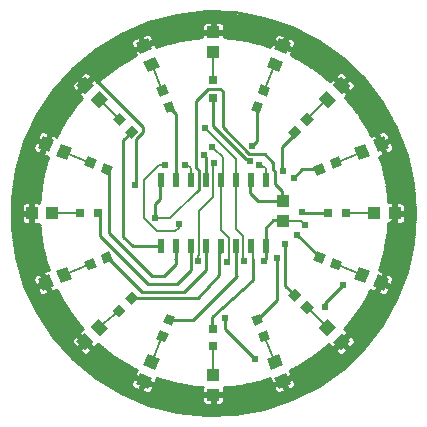
<source format=gtl>
G75*
%MOIN*%
%OFA0B0*%
%FSLAX25Y25*%
%IPPOS*%
%LPD*%
%AMOC8*
5,1,8,0,0,1.08239X$1,22.5*
%
%ADD10R,0.03150X0.03150*%
%ADD11R,0.04331X0.03937*%
%ADD12R,0.03150X0.03150*%
%ADD13R,0.03937X0.04331*%
%ADD14R,0.02362X0.04724*%
%ADD15C,0.02400*%
%ADD16C,0.01000*%
%ADD17C,0.00800*%
D10*
X0072760Y0026894D03*
X0072760Y0032799D03*
X0111146Y0071185D03*
X0117051Y0071185D03*
X0072760Y0109571D03*
X0072760Y0115476D03*
X0034374Y0071185D03*
X0028469Y0071185D03*
D11*
X0072760Y0017445D03*
X0072760Y0010752D03*
X0072760Y0124925D03*
X0072760Y0131618D03*
D12*
G36*
X0090529Y0110045D02*
X0087620Y0111250D01*
X0088825Y0114159D01*
X0091734Y0112954D01*
X0090529Y0110045D01*
G37*
G36*
X0088269Y0104589D02*
X0085360Y0105794D01*
X0086565Y0108703D01*
X0089474Y0107498D01*
X0088269Y0104589D01*
G37*
G36*
X0099885Y0096083D02*
X0097658Y0098310D01*
X0099885Y0100537D01*
X0102112Y0098310D01*
X0099885Y0096083D01*
G37*
G36*
X0104060Y0100259D02*
X0101833Y0102486D01*
X0104060Y0104713D01*
X0106287Y0102486D01*
X0104060Y0100259D01*
G37*
G36*
X0112825Y0086045D02*
X0111620Y0088954D01*
X0114529Y0090159D01*
X0115734Y0087250D01*
X0112825Y0086045D01*
G37*
G36*
X0107369Y0083785D02*
X0106164Y0086694D01*
X0109073Y0087899D01*
X0110278Y0084990D01*
X0107369Y0083785D01*
G37*
G36*
X0106164Y0055636D02*
X0107369Y0058545D01*
X0110278Y0057340D01*
X0109073Y0054431D01*
X0106164Y0055636D01*
G37*
G36*
X0111620Y0053376D02*
X0112825Y0056285D01*
X0115734Y0055080D01*
X0114529Y0052171D01*
X0111620Y0053376D01*
G37*
G36*
X0097658Y0044021D02*
X0099885Y0046248D01*
X0102112Y0044021D01*
X0099885Y0041794D01*
X0097658Y0044021D01*
G37*
G36*
X0101833Y0039845D02*
X0104060Y0042072D01*
X0106287Y0039845D01*
X0104060Y0037618D01*
X0101833Y0039845D01*
G37*
G36*
X0087620Y0031116D02*
X0090529Y0032321D01*
X0091734Y0029412D01*
X0088825Y0028207D01*
X0087620Y0031116D01*
G37*
G36*
X0085360Y0036572D02*
X0088269Y0037777D01*
X0089474Y0034868D01*
X0086565Y0033663D01*
X0085360Y0036572D01*
G37*
G36*
X0057211Y0037777D02*
X0060120Y0036572D01*
X0058915Y0033663D01*
X0056006Y0034868D01*
X0057211Y0037777D01*
G37*
G36*
X0054951Y0032321D02*
X0057860Y0031116D01*
X0056655Y0028207D01*
X0053746Y0029412D01*
X0054951Y0032321D01*
G37*
G36*
X0045596Y0045185D02*
X0047823Y0042958D01*
X0045596Y0040731D01*
X0043369Y0042958D01*
X0045596Y0045185D01*
G37*
G36*
X0041420Y0041009D02*
X0043647Y0038782D01*
X0041420Y0036555D01*
X0039193Y0038782D01*
X0041420Y0041009D01*
G37*
G36*
X0032691Y0056285D02*
X0033896Y0053376D01*
X0030987Y0052171D01*
X0029782Y0055080D01*
X0032691Y0056285D01*
G37*
G36*
X0038147Y0058545D02*
X0039352Y0055636D01*
X0036443Y0054431D01*
X0035238Y0057340D01*
X0038147Y0058545D01*
G37*
G36*
X0039352Y0086694D02*
X0038147Y0083785D01*
X0035238Y0084990D01*
X0036443Y0087899D01*
X0039352Y0086694D01*
G37*
G36*
X0033896Y0088954D02*
X0032691Y0086045D01*
X0029782Y0087250D01*
X0030987Y0090159D01*
X0033896Y0088954D01*
G37*
G36*
X0047823Y0098310D02*
X0045596Y0096083D01*
X0043369Y0098310D01*
X0045596Y0100537D01*
X0047823Y0098310D01*
G37*
G36*
X0043647Y0102486D02*
X0041420Y0100259D01*
X0039193Y0102486D01*
X0041420Y0104713D01*
X0043647Y0102486D01*
G37*
G36*
X0057860Y0111250D02*
X0054951Y0110045D01*
X0053746Y0112954D01*
X0056655Y0114159D01*
X0057860Y0111250D01*
G37*
G36*
X0060120Y0105794D02*
X0057211Y0104589D01*
X0056006Y0107498D01*
X0058915Y0108703D01*
X0060120Y0105794D01*
G37*
D13*
G36*
X0050943Y0118164D02*
X0049437Y0121799D01*
X0053437Y0123456D01*
X0054943Y0119821D01*
X0050943Y0118164D01*
G37*
G36*
X0048382Y0124347D02*
X0046876Y0127982D01*
X0050876Y0129639D01*
X0052382Y0126004D01*
X0048382Y0124347D01*
G37*
G36*
X0034593Y0106251D02*
X0031810Y0109034D01*
X0034871Y0112095D01*
X0037654Y0109312D01*
X0034593Y0106251D01*
G37*
G36*
X0029861Y0110984D02*
X0027078Y0113767D01*
X0030139Y0116828D01*
X0032922Y0114045D01*
X0029861Y0110984D01*
G37*
G36*
X0017901Y0091524D02*
X0014266Y0093030D01*
X0015923Y0097030D01*
X0019558Y0095524D01*
X0017901Y0091524D01*
G37*
G36*
X0024085Y0088962D02*
X0020450Y0090468D01*
X0022107Y0094468D01*
X0025742Y0092962D01*
X0024085Y0088962D01*
G37*
X0019020Y0071185D03*
X0012327Y0071185D03*
G36*
X0025742Y0049368D02*
X0022107Y0047862D01*
X0020450Y0051862D01*
X0024085Y0053368D01*
X0025742Y0049368D01*
G37*
G36*
X0019558Y0046807D02*
X0015923Y0045301D01*
X0014266Y0049301D01*
X0017901Y0050807D01*
X0019558Y0046807D01*
G37*
G36*
X0037654Y0033019D02*
X0034871Y0030236D01*
X0031810Y0033297D01*
X0034593Y0036080D01*
X0037654Y0033019D01*
G37*
G36*
X0032922Y0028286D02*
X0030139Y0025503D01*
X0027078Y0028564D01*
X0029861Y0031347D01*
X0032922Y0028286D01*
G37*
G36*
X0052382Y0016326D02*
X0050876Y0012691D01*
X0046876Y0014348D01*
X0048382Y0017983D01*
X0052382Y0016326D01*
G37*
G36*
X0054943Y0022510D02*
X0053437Y0018875D01*
X0049437Y0020532D01*
X0050943Y0024167D01*
X0054943Y0022510D01*
G37*
G36*
X0094569Y0024167D02*
X0096075Y0020532D01*
X0092075Y0018875D01*
X0090569Y0022510D01*
X0094569Y0024167D01*
G37*
G36*
X0097130Y0017983D02*
X0098636Y0014348D01*
X0094636Y0012691D01*
X0093130Y0016326D01*
X0097130Y0017983D01*
G37*
G36*
X0110887Y0036080D02*
X0113670Y0033297D01*
X0110609Y0030236D01*
X0107826Y0033019D01*
X0110887Y0036080D01*
G37*
G36*
X0115619Y0031347D02*
X0118402Y0028564D01*
X0115341Y0025503D01*
X0112558Y0028286D01*
X0115619Y0031347D01*
G37*
G36*
X0127579Y0050807D02*
X0131214Y0049301D01*
X0129557Y0045301D01*
X0125922Y0046807D01*
X0127579Y0050807D01*
G37*
G36*
X0121396Y0053368D02*
X0125031Y0051862D01*
X0123374Y0047862D01*
X0119739Y0049368D01*
X0121396Y0053368D01*
G37*
X0126500Y0071185D03*
X0133193Y0071185D03*
G36*
X0119739Y0092962D02*
X0123374Y0094468D01*
X0125031Y0090468D01*
X0121396Y0088962D01*
X0119739Y0092962D01*
G37*
G36*
X0125922Y0095524D02*
X0129557Y0097030D01*
X0131214Y0093030D01*
X0127579Y0091524D01*
X0125922Y0095524D01*
G37*
G36*
X0107826Y0109312D02*
X0110609Y0112095D01*
X0113670Y0109034D01*
X0110887Y0106251D01*
X0107826Y0109312D01*
G37*
G36*
X0112558Y0114045D02*
X0115341Y0116828D01*
X0118402Y0113767D01*
X0115619Y0110984D01*
X0112558Y0114045D01*
G37*
G36*
X0093130Y0126004D02*
X0094636Y0129639D01*
X0098636Y0127982D01*
X0097130Y0124347D01*
X0093130Y0126004D01*
G37*
G36*
X0090569Y0119821D02*
X0092075Y0123456D01*
X0096075Y0121799D01*
X0094569Y0118164D01*
X0090569Y0119821D01*
G37*
X0095988Y0075319D03*
X0095988Y0068626D03*
D14*
X0090260Y0060161D03*
X0085260Y0060161D03*
X0080260Y0060161D03*
X0075260Y0060161D03*
X0070260Y0060161D03*
X0065260Y0060161D03*
X0060260Y0060161D03*
X0055260Y0060161D03*
X0055260Y0082209D03*
X0060260Y0082209D03*
X0065260Y0082209D03*
X0070260Y0082209D03*
X0075260Y0082209D03*
X0080260Y0082209D03*
X0085260Y0082209D03*
X0090260Y0082209D03*
D15*
X0088114Y0087327D03*
X0084965Y0088508D03*
X0085752Y0093626D03*
X0095988Y0085358D03*
X0099531Y0082996D03*
X0102287Y0071579D03*
X0103469Y0067248D03*
X0100713Y0064098D03*
X0096776Y0060949D03*
X0094020Y0056224D03*
X0089689Y0055437D03*
X0082996Y0055437D03*
X0077484Y0055043D03*
X0067642Y0055437D03*
X0061343Y0067642D03*
X0053469Y0069610D03*
X0046776Y0080634D03*
X0056618Y0087327D03*
X0063311Y0087327D03*
X0069610Y0090476D03*
X0072366Y0093232D03*
X0073154Y0088114D03*
X0070004Y0099531D03*
X0042445Y0124335D03*
X0024335Y0110161D03*
X0013705Y0077878D03*
X0018823Y0041657D03*
X0058587Y0013311D03*
X0076697Y0036146D03*
X0086539Y0022760D03*
X0110161Y0040083D03*
X0116067Y0047169D03*
X0126303Y0043232D03*
X0136146Y0087327D03*
X0108980Y0120398D03*
D16*
X0039990Y0023256D02*
X0025492Y0023256D01*
X0026002Y0022687D02*
X0019439Y0030012D01*
X0014012Y0038214D01*
X0009837Y0047119D01*
X0007004Y0056537D01*
X0005572Y0066268D01*
X0005572Y0076103D01*
X0007004Y0085833D01*
X0009837Y0095251D01*
X0014012Y0104156D01*
X0019439Y0112358D01*
X0026002Y0119683D01*
X0033561Y0125974D01*
X0041956Y0131098D01*
X0051008Y0134944D01*
X0060523Y0137432D01*
X0070299Y0138508D01*
X0080128Y0138149D01*
X0089799Y0136362D01*
X0099108Y0133187D01*
X0107854Y0128690D01*
X0115853Y0122967D01*
X0122933Y0116141D01*
X0128944Y0108356D01*
X0133758Y0099780D01*
X0137271Y0090594D01*
X0139410Y0080994D01*
X0140127Y0071185D01*
X0139410Y0061376D01*
X0137271Y0051776D01*
X0133758Y0042590D01*
X0128944Y0034014D01*
X0122933Y0026229D01*
X0115853Y0019403D01*
X0107854Y0013680D01*
X0099108Y0009183D01*
X0089799Y0006008D01*
X0080128Y0004222D01*
X0070299Y0003862D01*
X0060523Y0004938D01*
X0051008Y0007426D01*
X0041956Y0011272D01*
X0033561Y0016396D01*
X0026002Y0022687D01*
X0026517Y0022258D02*
X0041538Y0022258D01*
X0040837Y0022678D02*
X0045028Y0020165D01*
X0045047Y0020112D01*
X0045377Y0019956D01*
X0045691Y0019768D01*
X0045745Y0019782D01*
X0047304Y0019045D01*
X0047071Y0018741D01*
X0046428Y0017187D01*
X0049367Y0015970D01*
X0048996Y0015075D01*
X0049891Y0014705D01*
X0050262Y0015599D01*
X0053200Y0014382D01*
X0053844Y0015936D01*
X0053894Y0016315D01*
X0055515Y0015736D01*
X0055544Y0015687D01*
X0055898Y0015598D01*
X0056242Y0015475D01*
X0056293Y0015500D01*
X0061033Y0014312D01*
X0061066Y0014267D01*
X0061427Y0014213D01*
X0061782Y0014125D01*
X0061830Y0014154D01*
X0066664Y0013437D01*
X0066702Y0013395D01*
X0067066Y0013377D01*
X0067427Y0013323D01*
X0067473Y0013357D01*
X0069190Y0013273D01*
X0069094Y0012918D01*
X0069094Y0011236D01*
X0072276Y0011236D01*
X0072276Y0010268D01*
X0073244Y0010268D01*
X0073244Y0011236D01*
X0076425Y0011236D01*
X0076425Y0012918D01*
X0076333Y0013261D01*
X0078064Y0013340D01*
X0078109Y0013306D01*
X0078470Y0013358D01*
X0078835Y0013375D01*
X0078873Y0013417D01*
X0083728Y0014120D01*
X0083777Y0014091D01*
X0084131Y0014178D01*
X0084492Y0014230D01*
X0084526Y0014276D01*
X0089289Y0015451D01*
X0089340Y0015427D01*
X0089684Y0015549D01*
X0090039Y0015636D01*
X0090068Y0015685D01*
X0091628Y0016237D01*
X0091668Y0015936D01*
X0092311Y0014382D01*
X0095250Y0015599D01*
X0095621Y0014705D01*
X0092682Y0013487D01*
X0093326Y0011934D01*
X0093566Y0011620D01*
X0093879Y0011380D01*
X0094244Y0011229D01*
X0094636Y0011177D01*
X0095027Y0011229D01*
X0096763Y0011948D01*
X0095621Y0014705D01*
X0096516Y0015075D01*
X0097658Y0012318D01*
X0099393Y0013037D01*
X0099707Y0013278D01*
X0099947Y0013591D01*
X0100098Y0013956D01*
X0100150Y0014347D01*
X0100098Y0014739D01*
X0099455Y0016293D01*
X0096516Y0015075D01*
X0096145Y0015970D01*
X0099084Y0017187D01*
X0098440Y0018741D01*
X0098275Y0018957D01*
X0099887Y0019712D01*
X0099941Y0019698D01*
X0100255Y0019885D01*
X0100586Y0020040D01*
X0100605Y0020093D01*
X0104822Y0022601D01*
X0104877Y0022592D01*
X0105171Y0022809D01*
X0105485Y0022995D01*
X0105499Y0023050D01*
X0109450Y0025959D01*
X0109506Y0025956D01*
X0109777Y0026200D01*
X0110071Y0026417D01*
X0110080Y0026472D01*
X0111259Y0027534D01*
X0111357Y0027365D01*
X0112546Y0026176D01*
X0114796Y0028425D01*
X0115480Y0027740D01*
X0113231Y0025491D01*
X0114420Y0024302D01*
X0114762Y0024104D01*
X0115144Y0024002D01*
X0115539Y0024002D01*
X0115920Y0024104D01*
X0116262Y0024302D01*
X0117591Y0025630D01*
X0115480Y0027740D01*
X0116165Y0028425D01*
X0115481Y0029110D01*
X0117730Y0031359D01*
X0116541Y0032548D01*
X0116403Y0032628D01*
X0117610Y0033951D01*
X0117666Y0033959D01*
X0117884Y0034252D01*
X0118130Y0034521D01*
X0118128Y0034578D01*
X0121064Y0038508D01*
X0121119Y0038522D01*
X0121307Y0038834D01*
X0121526Y0039127D01*
X0121518Y0039182D01*
X0124054Y0043382D01*
X0124108Y0043401D01*
X0124265Y0043730D01*
X0124454Y0044043D01*
X0124440Y0044097D01*
X0125123Y0045528D01*
X0125164Y0045497D01*
X0126718Y0044853D01*
X0127935Y0047792D01*
X0128830Y0047421D01*
X0127613Y0044482D01*
X0129167Y0043839D01*
X0129558Y0043787D01*
X0129950Y0043839D01*
X0130315Y0043990D01*
X0130628Y0044230D01*
X0130868Y0044544D01*
X0131587Y0046279D01*
X0128830Y0047421D01*
X0129201Y0048316D01*
X0131958Y0047174D01*
X0132677Y0048910D01*
X0132728Y0049301D01*
X0132677Y0049693D01*
X0132526Y0050058D01*
X0132285Y0050371D01*
X0131972Y0050611D01*
X0130418Y0051255D01*
X0129201Y0048316D01*
X0128306Y0048687D01*
X0129523Y0051626D01*
X0127970Y0052269D01*
X0127950Y0052272D01*
X0128535Y0053888D01*
X0128584Y0053917D01*
X0128673Y0054271D01*
X0128798Y0054614D01*
X0128774Y0054665D01*
X0129982Y0059420D01*
X0130028Y0059454D01*
X0130082Y0059815D01*
X0130172Y0060169D01*
X0130143Y0060217D01*
X0130880Y0065067D01*
X0130922Y0065105D01*
X0130941Y0065470D01*
X0130996Y0065831D01*
X0130962Y0065876D01*
X0131049Y0067520D01*
X0132709Y0067520D01*
X0132709Y0070701D01*
X0133677Y0070701D01*
X0133677Y0071669D01*
X0136661Y0071669D01*
X0136661Y0073548D01*
X0136559Y0073929D01*
X0136362Y0074271D01*
X0136082Y0074551D01*
X0135740Y0074748D01*
X0135359Y0074850D01*
X0133677Y0074850D01*
X0133677Y0071669D01*
X0132709Y0071669D01*
X0132709Y0074850D01*
X0131074Y0074850D01*
X0130997Y0076528D01*
X0131031Y0076573D01*
X0130978Y0076934D01*
X0130962Y0077299D01*
X0130920Y0077337D01*
X0130211Y0082230D01*
X0130240Y0082279D01*
X0130153Y0082633D01*
X0130101Y0082994D01*
X0130055Y0083028D01*
X0128870Y0087829D01*
X0128895Y0087880D01*
X0128773Y0088224D01*
X0128685Y0088578D01*
X0128637Y0088607D01*
X0128103Y0090117D01*
X0129523Y0090705D01*
X0128306Y0093644D01*
X0129201Y0094015D01*
X0128830Y0094909D01*
X0127935Y0094539D01*
X0126718Y0097478D01*
X0125328Y0096902D01*
X0124580Y0098498D01*
X0124594Y0098552D01*
X0124407Y0098866D01*
X0124252Y0099197D01*
X0124199Y0099216D01*
X0121672Y0103466D01*
X0121680Y0103521D01*
X0121463Y0103815D01*
X0121277Y0104129D01*
X0121222Y0104143D01*
X0118290Y0108125D01*
X0118293Y0108181D01*
X0118049Y0108452D01*
X0117833Y0108746D01*
X0117777Y0108755D01*
X0116704Y0109946D01*
X0117730Y0110971D01*
X0115480Y0113221D01*
X0116165Y0113906D01*
X0115480Y0114591D01*
X0114796Y0113906D01*
X0112546Y0116155D01*
X0111544Y0115153D01*
X0110244Y0116340D01*
X0110235Y0116395D01*
X0109943Y0116614D01*
X0109673Y0116860D01*
X0109617Y0116857D01*
X0105655Y0119816D01*
X0105642Y0119871D01*
X0105330Y0120060D01*
X0105037Y0120278D01*
X0104981Y0120270D01*
X0100749Y0122827D01*
X0100730Y0122880D01*
X0100400Y0123037D01*
X0100088Y0123226D01*
X0100033Y0123212D01*
X0098573Y0123909D01*
X0099084Y0125143D01*
X0096145Y0126361D01*
X0096516Y0127255D01*
X0099455Y0126038D01*
X0100098Y0127592D01*
X0100150Y0127983D01*
X0100098Y0128375D01*
X0099947Y0128740D01*
X0099707Y0129053D01*
X0099393Y0129294D01*
X0097658Y0130012D01*
X0096516Y0127255D01*
X0095621Y0127626D01*
X0096763Y0130383D01*
X0095027Y0131102D01*
X0094636Y0131154D01*
X0094244Y0131102D01*
X0093879Y0130951D01*
X0093566Y0130710D01*
X0093326Y0130397D01*
X0092682Y0128843D01*
X0095621Y0127626D01*
X0095250Y0126731D01*
X0092311Y0127949D01*
X0091812Y0126743D01*
X0090171Y0127337D01*
X0090142Y0127386D01*
X0089788Y0127475D01*
X0089445Y0127600D01*
X0089394Y0127576D01*
X0084601Y0128793D01*
X0084568Y0128839D01*
X0084207Y0128894D01*
X0083853Y0128984D01*
X0083805Y0128955D01*
X0078916Y0129697D01*
X0078878Y0129739D01*
X0078514Y0129758D01*
X0078153Y0129813D01*
X0078107Y0129779D01*
X0076425Y0129868D01*
X0076425Y0131134D01*
X0073244Y0131134D01*
X0073244Y0132102D01*
X0076425Y0132102D01*
X0076425Y0133784D01*
X0076323Y0134166D01*
X0076125Y0134508D01*
X0075846Y0134787D01*
X0075504Y0134984D01*
X0075123Y0135087D01*
X0073244Y0135087D01*
X0073244Y0132102D01*
X0072276Y0132102D01*
X0072276Y0131134D01*
X0069094Y0131134D01*
X0069094Y0129855D01*
X0067429Y0129762D01*
X0067383Y0129795D01*
X0067023Y0129739D01*
X0066658Y0129719D01*
X0066621Y0129677D01*
X0061754Y0128921D01*
X0061705Y0128950D01*
X0061352Y0128858D01*
X0060991Y0128802D01*
X0060957Y0128757D01*
X0056188Y0127527D01*
X0056137Y0127551D01*
X0055794Y0127426D01*
X0055440Y0127335D01*
X0055412Y0127286D01*
X0053730Y0126671D01*
X0053200Y0127949D01*
X0050262Y0126731D01*
X0049891Y0127626D01*
X0052830Y0128843D01*
X0052186Y0130397D01*
X0051946Y0130710D01*
X0051632Y0130951D01*
X0051268Y0131102D01*
X0050876Y0131154D01*
X0050484Y0131102D01*
X0048749Y0130383D01*
X0049891Y0127626D01*
X0048996Y0127255D01*
X0049367Y0126361D01*
X0046428Y0125143D01*
X0046981Y0123808D01*
X0045599Y0123142D01*
X0045544Y0123156D01*
X0045232Y0122966D01*
X0044903Y0122808D01*
X0044885Y0122754D01*
X0040678Y0120193D01*
X0040622Y0120201D01*
X0040330Y0119982D01*
X0040018Y0119792D01*
X0040005Y0119737D01*
X0036069Y0116776D01*
X0036012Y0116778D01*
X0035744Y0116531D01*
X0035452Y0116312D01*
X0035444Y0116256D01*
X0034083Y0115006D01*
X0032934Y0116155D01*
X0030685Y0113906D01*
X0030000Y0114591D01*
X0032249Y0116840D01*
X0031060Y0118029D01*
X0030718Y0118227D01*
X0030336Y0118329D01*
X0029942Y0118329D01*
X0029560Y0118227D01*
X0029218Y0118029D01*
X0027890Y0116701D01*
X0030000Y0114591D01*
X0029315Y0113906D01*
X0027205Y0116016D01*
X0025876Y0114687D01*
X0025679Y0114345D01*
X0025577Y0113964D01*
X0025577Y0113569D01*
X0025679Y0113187D01*
X0025876Y0112845D01*
X0027066Y0111656D01*
X0029315Y0113906D01*
X0030000Y0113221D01*
X0027750Y0110971D01*
X0028940Y0109782D01*
X0028950Y0109776D01*
X0027964Y0108673D01*
X0027908Y0108664D01*
X0027693Y0108369D01*
X0027449Y0108097D01*
X0027452Y0108041D01*
X0024546Y0104065D01*
X0024491Y0104051D01*
X0024305Y0103736D01*
X0024090Y0103442D01*
X0024099Y0103386D01*
X0021595Y0099144D01*
X0021542Y0099125D01*
X0021389Y0098793D01*
X0021203Y0098479D01*
X0021217Y0098424D01*
X0020436Y0096742D01*
X0020316Y0096834D01*
X0018762Y0097478D01*
X0017545Y0094539D01*
X0016650Y0094909D01*
X0016279Y0094015D01*
X0013522Y0095157D01*
X0012804Y0093421D01*
X0012752Y0093029D01*
X0012804Y0092638D01*
X0012955Y0092273D01*
X0013195Y0091960D01*
X0013508Y0091719D01*
X0015062Y0091076D01*
X0016279Y0094015D01*
X0017174Y0093644D01*
X0015957Y0090705D01*
X0017511Y0090061D01*
X0017726Y0090033D01*
X0017208Y0088556D01*
X0017160Y0088526D01*
X0017074Y0088172D01*
X0016953Y0087827D01*
X0016978Y0087776D01*
X0015814Y0082990D01*
X0015769Y0082957D01*
X0015718Y0082595D01*
X0015631Y0082240D01*
X0015661Y0082192D01*
X0014971Y0077315D01*
X0014930Y0077277D01*
X0014914Y0076912D01*
X0014863Y0076551D01*
X0014897Y0076506D01*
X0014823Y0074762D01*
X0014493Y0074850D01*
X0012811Y0074850D01*
X0012811Y0071669D01*
X0011842Y0071669D01*
X0011842Y0070701D01*
X0008858Y0070701D01*
X0008858Y0068822D01*
X0008960Y0068441D01*
X0009158Y0068099D01*
X0009437Y0067819D01*
X0009779Y0067622D01*
X0010161Y0067520D01*
X0011842Y0067520D01*
X0011842Y0070701D01*
X0012811Y0070701D01*
X0012811Y0067520D01*
X0014493Y0067520D01*
X0014847Y0067615D01*
X0014932Y0065898D01*
X0014898Y0065853D01*
X0014952Y0065491D01*
X0014970Y0065127D01*
X0015011Y0065089D01*
X0015728Y0060255D01*
X0015699Y0060207D01*
X0015788Y0059853D01*
X0015842Y0059492D01*
X0015887Y0059458D01*
X0017074Y0054718D01*
X0017050Y0054667D01*
X0017173Y0054323D01*
X0017262Y0053969D01*
X0017310Y0053940D01*
X0017890Y0052319D01*
X0017511Y0052269D01*
X0015957Y0051626D01*
X0017174Y0048687D01*
X0016279Y0048316D01*
X0016650Y0047421D01*
X0017545Y0047792D01*
X0018762Y0044853D01*
X0020316Y0045497D01*
X0020620Y0045730D01*
X0021357Y0044170D01*
X0021343Y0044116D01*
X0021531Y0043803D01*
X0021687Y0043473D01*
X0021740Y0043454D01*
X0024252Y0039262D01*
X0024244Y0039206D01*
X0024462Y0038913D01*
X0024649Y0038600D01*
X0024704Y0038586D01*
X0027615Y0034661D01*
X0027612Y0034605D01*
X0027857Y0034335D01*
X0028075Y0034041D01*
X0028131Y0034033D01*
X0029294Y0032749D01*
X0029282Y0032746D01*
X0028940Y0032548D01*
X0027750Y0031359D01*
X0030000Y0029110D01*
X0029315Y0028425D01*
X0030000Y0027740D01*
X0030685Y0028425D01*
X0032934Y0026176D01*
X0034123Y0027365D01*
X0034321Y0027707D01*
X0034324Y0027719D01*
X0035608Y0026556D01*
X0035616Y0026500D01*
X0035909Y0026283D01*
X0036180Y0026037D01*
X0036236Y0026040D01*
X0040161Y0023129D01*
X0040175Y0023074D01*
X0040488Y0022887D01*
X0040781Y0022669D01*
X0040837Y0022678D01*
X0038644Y0024255D02*
X0030979Y0024255D01*
X0031060Y0024302D02*
X0032249Y0025491D01*
X0030000Y0027740D01*
X0027890Y0025630D01*
X0029218Y0024302D01*
X0029560Y0024104D01*
X0029942Y0024002D01*
X0030336Y0024002D01*
X0030718Y0024104D01*
X0031060Y0024302D01*
X0032012Y0025253D02*
X0037297Y0025253D01*
X0035943Y0026252D02*
X0033010Y0026252D01*
X0032858Y0026252D02*
X0031488Y0026252D01*
X0031859Y0027250D02*
X0030490Y0027250D01*
X0029510Y0027250D02*
X0028140Y0027250D01*
X0028511Y0026252D02*
X0022808Y0026252D01*
X0023702Y0025253D02*
X0028266Y0025253D01*
X0029299Y0024255D02*
X0024597Y0024255D01*
X0027205Y0026315D02*
X0025876Y0027643D01*
X0025679Y0027985D01*
X0025577Y0028367D01*
X0025577Y0028762D01*
X0025679Y0029143D01*
X0025876Y0029485D01*
X0027066Y0030674D01*
X0029315Y0028425D01*
X0027205Y0026315D01*
X0026269Y0027250D02*
X0021913Y0027250D01*
X0021018Y0028249D02*
X0025608Y0028249D01*
X0025739Y0029247D02*
X0020124Y0029247D01*
X0019284Y0030246D02*
X0026637Y0030246D01*
X0027494Y0030246D02*
X0028864Y0030246D01*
X0028493Y0029247D02*
X0029862Y0029247D01*
X0029491Y0028249D02*
X0029139Y0028249D01*
X0030508Y0028249D02*
X0030861Y0028249D01*
X0034009Y0027250D02*
X0034842Y0027250D01*
X0028634Y0032243D02*
X0017963Y0032243D01*
X0018623Y0031244D02*
X0027865Y0031244D01*
X0028848Y0033241D02*
X0017302Y0033241D01*
X0016641Y0034240D02*
X0027928Y0034240D01*
X0027187Y0035238D02*
X0015981Y0035238D01*
X0015320Y0036237D02*
X0026447Y0036237D01*
X0025706Y0037235D02*
X0014660Y0037235D01*
X0014003Y0038234D02*
X0024965Y0038234D01*
X0024248Y0039232D02*
X0013535Y0039232D01*
X0013067Y0040231D02*
X0023672Y0040231D01*
X0023073Y0041229D02*
X0012598Y0041229D01*
X0012130Y0042228D02*
X0022475Y0042228D01*
X0021876Y0043226D02*
X0011662Y0043226D01*
X0011194Y0044225D02*
X0014859Y0044225D01*
X0014852Y0044230D02*
X0015166Y0043990D01*
X0015531Y0043839D01*
X0015922Y0043787D01*
X0016314Y0043839D01*
X0017867Y0044482D01*
X0016650Y0047421D01*
X0013893Y0046279D01*
X0014612Y0044544D01*
X0014852Y0044230D01*
X0014330Y0045223D02*
X0010726Y0045223D01*
X0010258Y0046222D02*
X0013917Y0046222D01*
X0013522Y0047174D02*
X0016279Y0048316D01*
X0015062Y0051255D01*
X0013508Y0050611D01*
X0013195Y0050371D01*
X0012955Y0050058D01*
X0012804Y0049693D01*
X0012752Y0049301D01*
X0012804Y0048910D01*
X0013522Y0047174D01*
X0013503Y0047220D02*
X0009807Y0047220D01*
X0009507Y0048219D02*
X0013090Y0048219D01*
X0012763Y0049217D02*
X0009206Y0049217D01*
X0008906Y0050216D02*
X0013076Y0050216D01*
X0014964Y0051214D02*
X0008605Y0051214D01*
X0008305Y0052213D02*
X0017375Y0052213D01*
X0017571Y0053211D02*
X0008004Y0053211D01*
X0007704Y0054210D02*
X0017202Y0054210D01*
X0016951Y0055209D02*
X0007404Y0055209D01*
X0007103Y0056207D02*
X0016701Y0056207D01*
X0016451Y0057206D02*
X0006906Y0057206D01*
X0006759Y0058204D02*
X0016201Y0058204D01*
X0015951Y0059203D02*
X0006612Y0059203D01*
X0006465Y0060201D02*
X0015701Y0060201D01*
X0015588Y0061200D02*
X0006318Y0061200D01*
X0006171Y0062198D02*
X0015440Y0062198D01*
X0015292Y0063197D02*
X0006024Y0063197D01*
X0005877Y0064195D02*
X0015144Y0064195D01*
X0014966Y0065194D02*
X0005730Y0065194D01*
X0005583Y0066192D02*
X0014917Y0066192D01*
X0014868Y0067191D02*
X0005572Y0067191D01*
X0005572Y0068189D02*
X0009106Y0068189D01*
X0008858Y0069188D02*
X0005572Y0069188D01*
X0005572Y0070186D02*
X0008858Y0070186D01*
X0008858Y0071669D02*
X0011842Y0071669D01*
X0011842Y0074850D01*
X0010161Y0074850D01*
X0009779Y0074748D01*
X0009437Y0074551D01*
X0009158Y0074271D01*
X0008960Y0073929D01*
X0008858Y0073548D01*
X0008858Y0071669D01*
X0008858Y0072183D02*
X0005572Y0072183D01*
X0005572Y0071185D02*
X0011842Y0071185D01*
X0011842Y0072183D02*
X0012811Y0072183D01*
X0012811Y0073182D02*
X0011842Y0073182D01*
X0011842Y0074180D02*
X0012811Y0074180D01*
X0014841Y0075179D02*
X0005572Y0075179D01*
X0005583Y0076177D02*
X0014883Y0076177D01*
X0014926Y0077176D02*
X0005730Y0077176D01*
X0005877Y0078174D02*
X0015093Y0078174D01*
X0015234Y0079173D02*
X0006024Y0079173D01*
X0006171Y0080171D02*
X0015375Y0080171D01*
X0015516Y0081170D02*
X0006318Y0081170D01*
X0006465Y0082168D02*
X0015657Y0082168D01*
X0015857Y0083167D02*
X0006612Y0083167D01*
X0006758Y0084165D02*
X0016100Y0084165D01*
X0016342Y0085164D02*
X0006905Y0085164D01*
X0007103Y0086162D02*
X0016585Y0086162D01*
X0016828Y0087161D02*
X0007403Y0087161D01*
X0007704Y0088159D02*
X0017070Y0088159D01*
X0017419Y0089158D02*
X0008004Y0089158D01*
X0008305Y0090156D02*
X0017281Y0090156D01*
X0016143Y0091155D02*
X0015095Y0091155D01*
X0014871Y0091155D02*
X0008605Y0091155D01*
X0008905Y0092153D02*
X0013046Y0092153D01*
X0012768Y0093152D02*
X0009206Y0093152D01*
X0009506Y0094150D02*
X0013106Y0094150D01*
X0013519Y0095149D02*
X0009807Y0095149D01*
X0010258Y0096147D02*
X0013933Y0096147D01*
X0013893Y0096051D02*
X0016650Y0094909D01*
X0017867Y0097848D01*
X0016314Y0098492D01*
X0015922Y0098543D01*
X0015531Y0098492D01*
X0015166Y0098341D01*
X0014852Y0098100D01*
X0014612Y0097787D01*
X0013893Y0096051D01*
X0013541Y0095149D02*
X0016072Y0095149D01*
X0016749Y0095149D02*
X0017798Y0095149D01*
X0018211Y0096147D02*
X0017163Y0096147D01*
X0017577Y0097146D02*
X0018625Y0097146D01*
X0019563Y0097146D02*
X0020623Y0097146D01*
X0021087Y0098144D02*
X0017152Y0098144D01*
X0014910Y0098144D02*
X0011194Y0098144D01*
X0010726Y0097146D02*
X0014346Y0097146D01*
X0011662Y0099143D02*
X0021593Y0099143D01*
X0022184Y0100142D02*
X0012130Y0100142D01*
X0012598Y0101140D02*
X0022773Y0101140D01*
X0023363Y0102139D02*
X0013066Y0102139D01*
X0013534Y0103137D02*
X0023952Y0103137D01*
X0024597Y0104136D02*
X0014002Y0104136D01*
X0014659Y0105134D02*
X0025327Y0105134D01*
X0026057Y0106133D02*
X0015320Y0106133D01*
X0015980Y0107131D02*
X0026787Y0107131D01*
X0027478Y0108130D02*
X0016641Y0108130D01*
X0017301Y0109128D02*
X0028371Y0109128D01*
X0028595Y0110127D02*
X0017962Y0110127D01*
X0018623Y0111125D02*
X0027904Y0111125D01*
X0027533Y0112124D02*
X0028903Y0112124D01*
X0028531Y0113122D02*
X0029901Y0113122D01*
X0029530Y0114121D02*
X0029100Y0114121D01*
X0029471Y0115119D02*
X0028101Y0115119D01*
X0028473Y0116118D02*
X0022807Y0116118D01*
X0023702Y0117116D02*
X0028305Y0117116D01*
X0029366Y0118115D02*
X0024596Y0118115D01*
X0025491Y0119113D02*
X0039175Y0119113D01*
X0037848Y0118115D02*
X0030912Y0118115D01*
X0031973Y0117116D02*
X0036521Y0117116D01*
X0035293Y0116118D02*
X0032971Y0116118D01*
X0032897Y0116118D02*
X0031527Y0116118D01*
X0031898Y0115119D02*
X0030528Y0115119D01*
X0030470Y0114121D02*
X0030900Y0114121D01*
X0026598Y0112124D02*
X0019283Y0112124D01*
X0020123Y0113122D02*
X0025717Y0113122D01*
X0025619Y0114121D02*
X0021018Y0114121D01*
X0021912Y0115119D02*
X0026308Y0115119D01*
X0026517Y0120112D02*
X0040503Y0120112D01*
X0042184Y0121110D02*
X0027716Y0121110D01*
X0028916Y0122109D02*
X0043824Y0122109D01*
X0045464Y0123107D02*
X0030116Y0123107D01*
X0031316Y0124106D02*
X0046858Y0124106D01*
X0046444Y0125104D02*
X0032516Y0125104D01*
X0033772Y0126103D02*
X0046030Y0126103D01*
X0046057Y0126038D02*
X0048996Y0127255D01*
X0047854Y0130012D01*
X0046118Y0129294D01*
X0045805Y0129053D01*
X0045565Y0128740D01*
X0045414Y0128375D01*
X0045362Y0127983D01*
X0045414Y0127592D01*
X0046057Y0126038D01*
X0046214Y0126103D02*
X0048744Y0126103D01*
X0048624Y0127101D02*
X0049060Y0127101D01*
X0050108Y0127101D02*
X0051155Y0127101D01*
X0051035Y0128100D02*
X0058409Y0128100D01*
X0054906Y0127101D02*
X0053551Y0127101D01*
X0052724Y0129098D02*
X0062896Y0129098D01*
X0069094Y0130097D02*
X0052311Y0130097D01*
X0051284Y0131095D02*
X0069094Y0131095D01*
X0069094Y0132102D02*
X0072276Y0132102D01*
X0072276Y0135087D01*
X0070397Y0135087D01*
X0070016Y0134984D01*
X0069673Y0134787D01*
X0069394Y0134508D01*
X0069197Y0134166D01*
X0069094Y0133784D01*
X0069094Y0132102D01*
X0069094Y0133092D02*
X0046650Y0133092D01*
X0044300Y0132094D02*
X0072276Y0132094D01*
X0073244Y0132094D02*
X0101233Y0132094D01*
X0099291Y0133092D02*
X0076425Y0133092D01*
X0076343Y0134091D02*
X0096457Y0134091D01*
X0093530Y0135089D02*
X0051563Y0135089D01*
X0049000Y0134091D02*
X0069177Y0134091D01*
X0072276Y0134091D02*
X0073244Y0134091D01*
X0073244Y0133092D02*
X0072276Y0133092D01*
X0076425Y0131095D02*
X0094228Y0131095D01*
X0095043Y0131095D02*
X0103175Y0131095D01*
X0105117Y0130097D02*
X0096644Y0130097D01*
X0096231Y0129098D02*
X0097279Y0129098D01*
X0096865Y0128100D02*
X0095817Y0128100D01*
X0095404Y0127101D02*
X0094357Y0127101D01*
X0094477Y0128100D02*
X0087331Y0128100D01*
X0090823Y0127101D02*
X0091960Y0127101D01*
X0092788Y0129098D02*
X0082859Y0129098D01*
X0076425Y0130097D02*
X0093201Y0130097D01*
X0096452Y0127101D02*
X0096888Y0127101D01*
X0096767Y0126103D02*
X0099298Y0126103D01*
X0099481Y0126103D02*
X0111470Y0126103D01*
X0110074Y0127101D02*
X0099895Y0127101D01*
X0100134Y0128100D02*
X0108679Y0128100D01*
X0107059Y0129098D02*
X0099648Y0129098D01*
X0099068Y0125104D02*
X0112866Y0125104D01*
X0114261Y0124106D02*
X0098654Y0124106D01*
X0100284Y0123107D02*
X0115657Y0123107D01*
X0116743Y0122109D02*
X0101937Y0122109D01*
X0103591Y0121110D02*
X0117779Y0121110D01*
X0118815Y0120112D02*
X0105260Y0120112D01*
X0106597Y0119113D02*
X0119850Y0119113D01*
X0120886Y0118115D02*
X0116114Y0118115D01*
X0116262Y0118029D02*
X0115920Y0118227D01*
X0115539Y0118329D01*
X0115144Y0118329D01*
X0114762Y0118227D01*
X0114420Y0118029D01*
X0113231Y0116840D01*
X0115480Y0114591D01*
X0117591Y0116701D01*
X0116262Y0118029D01*
X0117175Y0117116D02*
X0121922Y0117116D01*
X0122951Y0116118D02*
X0117008Y0116118D01*
X0117379Y0115119D02*
X0116009Y0115119D01*
X0115950Y0114121D02*
X0116380Y0114121D01*
X0116165Y0113906D02*
X0118275Y0116016D01*
X0119604Y0114687D01*
X0119801Y0114345D01*
X0119904Y0113964D01*
X0119904Y0113569D01*
X0119801Y0113187D01*
X0119604Y0112845D01*
X0118415Y0111656D01*
X0116165Y0113906D01*
X0115579Y0113122D02*
X0116949Y0113122D01*
X0116578Y0112124D02*
X0117947Y0112124D01*
X0118882Y0112124D02*
X0126035Y0112124D01*
X0125264Y0113122D02*
X0119764Y0113122D01*
X0119862Y0114121D02*
X0124493Y0114121D01*
X0123722Y0115119D02*
X0119172Y0115119D01*
X0114952Y0115119D02*
X0113582Y0115119D01*
X0113953Y0116118D02*
X0112584Y0116118D01*
X0112509Y0116118D02*
X0110487Y0116118D01*
X0109270Y0117116D02*
X0113507Y0117116D01*
X0114569Y0118115D02*
X0107934Y0118115D01*
X0114581Y0114121D02*
X0115011Y0114121D01*
X0117576Y0111125D02*
X0126806Y0111125D01*
X0127577Y0110127D02*
X0116885Y0110127D01*
X0117441Y0109128D02*
X0128348Y0109128D01*
X0129072Y0108130D02*
X0118291Y0108130D01*
X0119022Y0107131D02*
X0129632Y0107131D01*
X0130192Y0106133D02*
X0119757Y0106133D01*
X0120492Y0105134D02*
X0130753Y0105134D01*
X0131313Y0104136D02*
X0121251Y0104136D01*
X0121867Y0103137D02*
X0131873Y0103137D01*
X0132434Y0102139D02*
X0122461Y0102139D01*
X0123055Y0101140D02*
X0132994Y0101140D01*
X0133555Y0100142D02*
X0123649Y0100142D01*
X0124277Y0099143D02*
X0134001Y0099143D01*
X0134383Y0098144D02*
X0130570Y0098144D01*
X0130628Y0098100D02*
X0130315Y0098341D01*
X0129950Y0098492D01*
X0129558Y0098543D01*
X0129167Y0098492D01*
X0127613Y0097848D01*
X0128830Y0094909D01*
X0131587Y0096051D01*
X0130868Y0097787D01*
X0130628Y0098100D01*
X0131134Y0097146D02*
X0134765Y0097146D01*
X0135147Y0096147D02*
X0131547Y0096147D01*
X0131958Y0095157D02*
X0129201Y0094015D01*
X0130418Y0091076D01*
X0131972Y0091719D01*
X0132285Y0091960D01*
X0132526Y0092273D01*
X0132677Y0092638D01*
X0132728Y0093029D01*
X0132677Y0093421D01*
X0131958Y0095157D01*
X0131961Y0095149D02*
X0135529Y0095149D01*
X0135911Y0094150D02*
X0132375Y0094150D01*
X0132712Y0093152D02*
X0136293Y0093152D01*
X0136675Y0092153D02*
X0132434Y0092153D01*
X0130609Y0091155D02*
X0137056Y0091155D01*
X0137369Y0090156D02*
X0128199Y0090156D01*
X0128442Y0089158D02*
X0137591Y0089158D01*
X0137813Y0088159D02*
X0128796Y0088159D01*
X0129035Y0087161D02*
X0138036Y0087161D01*
X0138258Y0086162D02*
X0129282Y0086162D01*
X0129528Y0085164D02*
X0138481Y0085164D01*
X0138703Y0084165D02*
X0129775Y0084165D01*
X0130021Y0083167D02*
X0138926Y0083167D01*
X0139148Y0082168D02*
X0130220Y0082168D01*
X0130365Y0081170D02*
X0139370Y0081170D01*
X0139470Y0080171D02*
X0130510Y0080171D01*
X0130654Y0079173D02*
X0139543Y0079173D01*
X0139616Y0078174D02*
X0130799Y0078174D01*
X0130967Y0077176D02*
X0139689Y0077176D01*
X0139762Y0076177D02*
X0131013Y0076177D01*
X0131059Y0075179D02*
X0139835Y0075179D01*
X0139908Y0074180D02*
X0136414Y0074180D01*
X0136661Y0073182D02*
X0139981Y0073182D01*
X0140054Y0072183D02*
X0136661Y0072183D01*
X0136661Y0070701D02*
X0133677Y0070701D01*
X0133677Y0067520D01*
X0135359Y0067520D01*
X0135740Y0067622D01*
X0136082Y0067819D01*
X0136362Y0068099D01*
X0136559Y0068441D01*
X0136661Y0068822D01*
X0136661Y0070701D01*
X0136661Y0070186D02*
X0140054Y0070186D01*
X0139981Y0069188D02*
X0136661Y0069188D01*
X0136414Y0068189D02*
X0139908Y0068189D01*
X0139835Y0067191D02*
X0131032Y0067191D01*
X0131028Y0067628D02*
X0133193Y0069793D01*
X0133193Y0071185D01*
X0133677Y0071185D02*
X0140127Y0071185D01*
X0139762Y0066192D02*
X0130979Y0066192D01*
X0130927Y0065194D02*
X0139689Y0065194D01*
X0139616Y0064195D02*
X0130748Y0064195D01*
X0130596Y0063197D02*
X0139543Y0063197D01*
X0139470Y0062198D02*
X0130444Y0062198D01*
X0130293Y0061200D02*
X0139370Y0061200D01*
X0139148Y0060201D02*
X0130153Y0060201D01*
X0129927Y0059203D02*
X0138925Y0059203D01*
X0138703Y0058204D02*
X0129673Y0058204D01*
X0129419Y0057206D02*
X0138481Y0057206D01*
X0138258Y0056207D02*
X0129165Y0056207D01*
X0128912Y0055209D02*
X0138036Y0055209D01*
X0137813Y0054210D02*
X0128658Y0054210D01*
X0128290Y0053211D02*
X0137591Y0053211D01*
X0137368Y0052213D02*
X0128105Y0052213D01*
X0129353Y0051214D02*
X0130401Y0051214D01*
X0130516Y0051214D02*
X0137056Y0051214D01*
X0136674Y0050216D02*
X0132404Y0050216D01*
X0132717Y0049217D02*
X0136292Y0049217D01*
X0135910Y0048219D02*
X0132391Y0048219D01*
X0131977Y0047220D02*
X0135529Y0047220D01*
X0135147Y0046222D02*
X0131563Y0046222D01*
X0131846Y0047220D02*
X0129315Y0047220D01*
X0128747Y0047220D02*
X0127699Y0047220D01*
X0127285Y0046222D02*
X0128333Y0046222D01*
X0127920Y0045223D02*
X0126871Y0045223D01*
X0125824Y0045223D02*
X0124977Y0045223D01*
X0124501Y0044225D02*
X0128234Y0044225D01*
X0130621Y0044225D02*
X0134383Y0044225D01*
X0134765Y0045223D02*
X0131150Y0045223D01*
X0134001Y0043226D02*
X0123960Y0043226D01*
X0123357Y0042228D02*
X0133554Y0042228D01*
X0132994Y0041229D02*
X0122754Y0041229D01*
X0122151Y0040231D02*
X0132434Y0040231D01*
X0131873Y0039232D02*
X0121548Y0039232D01*
X0120859Y0038234D02*
X0131313Y0038234D01*
X0130752Y0037235D02*
X0120113Y0037235D01*
X0119367Y0036237D02*
X0130192Y0036237D01*
X0129632Y0035238D02*
X0118621Y0035238D01*
X0117875Y0034240D02*
X0129071Y0034240D01*
X0128348Y0033241D02*
X0116962Y0033241D01*
X0116846Y0032243D02*
X0127577Y0032243D01*
X0126806Y0031244D02*
X0117615Y0031244D01*
X0118415Y0030674D02*
X0116165Y0028425D01*
X0118275Y0026315D01*
X0119604Y0027643D01*
X0119801Y0027985D01*
X0119904Y0028367D01*
X0119904Y0028762D01*
X0119801Y0029143D01*
X0119604Y0029485D01*
X0118415Y0030674D01*
X0118843Y0030246D02*
X0126035Y0030246D01*
X0125264Y0029247D02*
X0119741Y0029247D01*
X0119872Y0028249D02*
X0124493Y0028249D01*
X0123722Y0027250D02*
X0119211Y0027250D01*
X0117340Y0027250D02*
X0115970Y0027250D01*
X0114991Y0027250D02*
X0113621Y0027250D01*
X0113992Y0026252D02*
X0112622Y0026252D01*
X0112470Y0026252D02*
X0109847Y0026252D01*
X0110944Y0027250D02*
X0111472Y0027250D01*
X0113469Y0025253D02*
X0108491Y0025253D01*
X0107135Y0024255D02*
X0114502Y0024255D01*
X0116181Y0024255D02*
X0120885Y0024255D01*
X0121921Y0025253D02*
X0117214Y0025253D01*
X0116969Y0026252D02*
X0122951Y0026252D01*
X0119850Y0023256D02*
X0105779Y0023256D01*
X0104245Y0022258D02*
X0118814Y0022258D01*
X0117778Y0021259D02*
X0102566Y0021259D01*
X0100887Y0020261D02*
X0116743Y0020261D01*
X0115656Y0019262D02*
X0098926Y0019262D01*
X0098638Y0018264D02*
X0114260Y0018264D01*
X0112865Y0017265D02*
X0099052Y0017265D01*
X0099392Y0016267D02*
X0096861Y0016267D01*
X0096981Y0015268D02*
X0096436Y0015268D01*
X0095387Y0015268D02*
X0094450Y0015268D01*
X0094570Y0014270D02*
X0084522Y0014270D01*
X0088547Y0015268D02*
X0091944Y0015268D01*
X0092772Y0013271D02*
X0076561Y0013271D01*
X0076425Y0012273D02*
X0093185Y0012273D01*
X0094135Y0011274D02*
X0076425Y0011274D01*
X0076425Y0010268D02*
X0073244Y0010268D01*
X0073244Y0007283D01*
X0075123Y0007283D01*
X0075504Y0007386D01*
X0075846Y0007583D01*
X0076125Y0007862D01*
X0076323Y0008204D01*
X0076425Y0008586D01*
X0076425Y0010268D01*
X0076425Y0009277D02*
X0099290Y0009277D01*
X0101232Y0010275D02*
X0073244Y0010275D01*
X0072276Y0010268D02*
X0072276Y0007283D01*
X0070397Y0007283D01*
X0070016Y0007386D01*
X0069673Y0007583D01*
X0069394Y0007862D01*
X0069197Y0008204D01*
X0069094Y0008586D01*
X0069094Y0010268D01*
X0072276Y0010268D01*
X0072276Y0010275D02*
X0044302Y0010275D01*
X0046652Y0009277D02*
X0069094Y0009277D01*
X0069177Y0008278D02*
X0049001Y0008278D01*
X0051565Y0007280D02*
X0093528Y0007280D01*
X0096455Y0008278D02*
X0076343Y0008278D01*
X0073244Y0008278D02*
X0072276Y0008278D01*
X0072276Y0009277D02*
X0073244Y0009277D01*
X0069094Y0011274D02*
X0051377Y0011274D01*
X0051268Y0011229D02*
X0051632Y0011380D01*
X0051946Y0011620D01*
X0052186Y0011934D01*
X0052830Y0013487D01*
X0049891Y0014705D01*
X0048749Y0011948D01*
X0050484Y0011229D01*
X0050876Y0011177D01*
X0051268Y0011229D01*
X0050375Y0011274D02*
X0041953Y0011274D01*
X0040317Y0012273D02*
X0048883Y0012273D01*
X0047854Y0012318D02*
X0048996Y0015075D01*
X0046057Y0016293D01*
X0045414Y0014739D01*
X0045362Y0014347D01*
X0045414Y0013956D01*
X0045565Y0013591D01*
X0045805Y0013278D01*
X0046118Y0013037D01*
X0047854Y0012318D01*
X0048249Y0013271D02*
X0049297Y0013271D01*
X0049711Y0014270D02*
X0048662Y0014270D01*
X0048531Y0015268D02*
X0049076Y0015268D01*
X0050124Y0015268D02*
X0051062Y0015268D01*
X0050941Y0014270D02*
X0061064Y0014270D01*
X0057217Y0015268D02*
X0053567Y0015268D01*
X0053888Y0016267D02*
X0054031Y0016267D01*
X0052740Y0013271D02*
X0069189Y0013271D01*
X0069094Y0012273D02*
X0052327Y0012273D01*
X0048651Y0016267D02*
X0046120Y0016267D01*
X0046046Y0016267D02*
X0033773Y0016267D01*
X0032517Y0017265D02*
X0046460Y0017265D01*
X0046874Y0018264D02*
X0031317Y0018264D01*
X0030117Y0019262D02*
X0046845Y0019262D01*
X0044869Y0020261D02*
X0028917Y0020261D01*
X0027717Y0021259D02*
X0043204Y0021259D01*
X0045633Y0015268D02*
X0035409Y0015268D01*
X0037045Y0014270D02*
X0045372Y0014270D01*
X0045814Y0013271D02*
X0038681Y0013271D01*
X0055385Y0006281D02*
X0090601Y0006281D01*
X0085874Y0005283D02*
X0059204Y0005283D01*
X0066463Y0004284D02*
X0080468Y0004284D01*
X0095137Y0011274D02*
X0103174Y0011274D01*
X0105116Y0012273D02*
X0096628Y0012273D01*
X0096215Y0013271D02*
X0097263Y0013271D01*
X0096849Y0014270D02*
X0095801Y0014270D01*
X0099698Y0013271D02*
X0107058Y0013271D01*
X0108678Y0014270D02*
X0100139Y0014270D01*
X0099879Y0015268D02*
X0110073Y0015268D01*
X0111469Y0016267D02*
X0099465Y0016267D01*
X0086539Y0022760D02*
X0076697Y0032602D01*
X0076697Y0036146D01*
X0072366Y0036539D02*
X0072366Y0033193D01*
X0072760Y0032799D01*
X0072366Y0036539D02*
X0086047Y0049039D01*
X0086047Y0055929D01*
X0089689Y0055437D02*
X0090260Y0056008D01*
X0090260Y0060161D01*
X0090260Y0066244D01*
X0092839Y0068823D01*
X0095791Y0068823D01*
X0095988Y0068626D01*
X0096662Y0067887D01*
X0100713Y0064098D02*
X0100713Y0063996D01*
X0108221Y0056488D01*
X0116067Y0047169D02*
X0110161Y0041264D01*
X0110161Y0040083D01*
X0099885Y0044021D02*
X0096776Y0047130D01*
X0096776Y0060949D01*
X0094020Y0056224D02*
X0094020Y0042323D01*
X0087417Y0035720D01*
X0080240Y0049925D02*
X0080260Y0049945D01*
X0080260Y0050287D01*
X0080662Y0050287D01*
X0080632Y0050317D01*
X0080634Y0050319D01*
X0080632Y0050317D02*
X0066035Y0035720D01*
X0058063Y0035720D01*
X0062917Y0044807D02*
X0048976Y0044807D01*
X0037295Y0056488D01*
X0034965Y0063705D02*
X0034965Y0070594D01*
X0034374Y0071185D01*
X0038114Y0064492D02*
X0038114Y0085023D01*
X0037295Y0085842D01*
X0046776Y0080634D02*
X0047062Y0080687D01*
X0047062Y0095887D01*
X0049462Y0098287D01*
X0049462Y0099887D01*
X0034262Y0115087D01*
X0034184Y0115174D01*
X0034207Y0115119D02*
X0033970Y0115119D01*
X0035408Y0127101D02*
X0045617Y0127101D01*
X0045377Y0128100D02*
X0037044Y0128100D01*
X0038680Y0129098D02*
X0045864Y0129098D01*
X0048233Y0129098D02*
X0049281Y0129098D01*
X0049695Y0128100D02*
X0048646Y0128100D01*
X0048867Y0130097D02*
X0040316Y0130097D01*
X0041952Y0131095D02*
X0050468Y0131095D01*
X0055382Y0136088D02*
X0090603Y0136088D01*
X0085878Y0137086D02*
X0059201Y0137086D01*
X0066457Y0138085D02*
X0080472Y0138085D01*
X0075062Y0112687D02*
X0071062Y0112687D01*
X0067062Y0108687D01*
X0067062Y0086287D01*
X0067862Y0085487D01*
X0067862Y0079087D01*
X0067062Y0078287D01*
X0070260Y0082209D02*
X0070260Y0089827D01*
X0069610Y0090476D01*
X0072760Y0100319D02*
X0072760Y0109571D01*
X0075862Y0111887D02*
X0075062Y0112687D01*
X0075862Y0111887D02*
X0075862Y0099887D01*
X0084662Y0091087D01*
X0089865Y0091087D01*
X0092839Y0088114D01*
X0092839Y0085752D01*
X0093232Y0085358D01*
X0093232Y0081028D01*
X0095594Y0078665D01*
X0095594Y0075713D01*
X0095988Y0075319D01*
X0087524Y0075319D01*
X0084965Y0077878D01*
X0084965Y0081913D01*
X0085260Y0082209D01*
X0084965Y0088508D02*
X0083783Y0089295D01*
X0072760Y0100319D01*
X0060260Y0104449D02*
X0058063Y0106646D01*
X0060260Y0104449D02*
X0060260Y0082209D01*
X0055260Y0082209D02*
X0055043Y0081992D01*
X0055043Y0075909D01*
X0053469Y0074335D01*
X0053469Y0069610D01*
X0055260Y0060161D02*
X0045988Y0060161D01*
X0042839Y0063311D01*
X0042839Y0095553D01*
X0045596Y0098310D01*
X0016970Y0093152D02*
X0015922Y0093152D01*
X0015952Y0094150D02*
X0016336Y0094150D01*
X0016557Y0092153D02*
X0015509Y0092153D01*
X0009105Y0074180D02*
X0005572Y0074180D01*
X0005572Y0073182D02*
X0008858Y0073182D01*
X0011842Y0070186D02*
X0012811Y0070186D01*
X0012811Y0069188D02*
X0011842Y0069188D01*
X0011842Y0068189D02*
X0012811Y0068189D01*
X0015079Y0051214D02*
X0016127Y0051214D01*
X0016541Y0050216D02*
X0015493Y0050216D01*
X0015906Y0049217D02*
X0016954Y0049217D01*
X0016320Y0048219D02*
X0016045Y0048219D01*
X0016165Y0047220D02*
X0013634Y0047220D01*
X0016733Y0047220D02*
X0017782Y0047220D01*
X0018195Y0046222D02*
X0017147Y0046222D01*
X0017561Y0045223D02*
X0018609Y0045223D01*
X0019656Y0045223D02*
X0020859Y0045223D01*
X0021331Y0044225D02*
X0017246Y0044225D01*
X0034965Y0063705D02*
X0051106Y0047563D01*
X0060555Y0047563D01*
X0065260Y0052268D01*
X0065260Y0055457D01*
X0065280Y0055437D01*
X0065260Y0055457D02*
X0065260Y0060161D01*
X0070260Y0060161D02*
X0070260Y0055969D01*
X0070398Y0055831D01*
X0070260Y0052150D02*
X0062917Y0044807D01*
X0067761Y0042958D02*
X0074728Y0050713D01*
X0074728Y0058055D01*
X0075260Y0058193D01*
X0075260Y0060161D01*
X0080260Y0060161D02*
X0080260Y0055457D01*
X0080260Y0050287D01*
X0080240Y0055437D02*
X0080260Y0055457D01*
X0070260Y0052150D02*
X0070260Y0060161D01*
X0060260Y0060161D02*
X0060260Y0055929D01*
X0060260Y0054354D01*
X0056224Y0050319D01*
X0052287Y0050319D01*
X0038114Y0064492D01*
X0045596Y0042958D02*
X0067761Y0042958D01*
X0060161Y0055831D02*
X0060260Y0055929D01*
X0095594Y0085752D02*
X0095988Y0085358D01*
X0095594Y0085752D02*
X0095594Y0093232D01*
X0099885Y0097522D01*
X0099885Y0098310D01*
X0087417Y0095291D02*
X0085752Y0093626D01*
X0087417Y0095291D02*
X0087417Y0106646D01*
X0102378Y0085842D02*
X0099531Y0082996D01*
X0102378Y0085842D02*
X0108221Y0085842D01*
X0111146Y0071185D02*
X0102681Y0071185D01*
X0102287Y0071579D01*
X0127683Y0095149D02*
X0128731Y0095149D01*
X0129409Y0095149D02*
X0131939Y0095149D01*
X0129529Y0094150D02*
X0129145Y0094150D01*
X0129558Y0093152D02*
X0128510Y0093152D01*
X0128923Y0092153D02*
X0129972Y0092153D01*
X0130385Y0091155D02*
X0129337Y0091155D01*
X0128317Y0096147D02*
X0127269Y0096147D01*
X0126855Y0097146D02*
X0127904Y0097146D01*
X0128328Y0098144D02*
X0124745Y0098144D01*
X0125213Y0097146D02*
X0125917Y0097146D01*
X0132709Y0074180D02*
X0133677Y0074180D01*
X0133677Y0073182D02*
X0132709Y0073182D01*
X0132709Y0072183D02*
X0133677Y0072183D01*
X0133677Y0070186D02*
X0132709Y0070186D01*
X0132709Y0069188D02*
X0133677Y0069188D01*
X0133677Y0068189D02*
X0132709Y0068189D01*
X0131062Y0067887D02*
X0131028Y0067628D01*
X0129988Y0050216D02*
X0128939Y0050216D01*
X0128526Y0049217D02*
X0129574Y0049217D01*
X0129435Y0048219D02*
X0129161Y0048219D01*
X0117986Y0030246D02*
X0116616Y0030246D01*
X0116988Y0029247D02*
X0115618Y0029247D01*
X0115989Y0028249D02*
X0116342Y0028249D01*
X0114972Y0028249D02*
X0114619Y0028249D01*
D17*
X0110748Y0033158D02*
X0104060Y0039845D01*
X0089677Y0030264D02*
X0093322Y0021521D01*
X0072760Y0017445D02*
X0072760Y0026894D01*
X0055803Y0030264D02*
X0052190Y0021521D01*
X0041420Y0038782D02*
X0034732Y0033158D01*
X0023096Y0050615D02*
X0031839Y0054228D01*
X0028469Y0071185D02*
X0019020Y0071185D01*
X0023096Y0091715D02*
X0031839Y0088102D01*
X0041420Y0102486D02*
X0034732Y0109173D01*
X0052190Y0120810D02*
X0055803Y0112102D01*
X0070004Y0099531D02*
X0080260Y0089276D01*
X0080260Y0082209D01*
X0080260Y0066047D01*
X0082602Y0063705D01*
X0082602Y0055831D01*
X0082996Y0055437D01*
X0086047Y0055929D02*
X0086047Y0059374D01*
X0085260Y0060161D01*
X0077878Y0062917D02*
X0077878Y0055437D01*
X0077484Y0055043D01*
X0077878Y0062917D02*
X0075260Y0065535D01*
X0075260Y0082209D01*
X0076047Y0082996D01*
X0076047Y0089945D01*
X0072760Y0092839D01*
X0072760Y0093626D01*
X0072366Y0093232D01*
X0073154Y0088114D02*
X0072760Y0087720D01*
X0072760Y0076697D01*
X0068035Y0071972D01*
X0068035Y0057406D01*
X0067642Y0057012D01*
X0067642Y0055437D01*
X0060161Y0065280D02*
X0061343Y0066461D01*
X0061343Y0067642D01*
X0060161Y0065280D02*
X0053862Y0065280D01*
X0049531Y0069610D01*
X0049531Y0082209D01*
X0054650Y0087327D01*
X0056618Y0087327D01*
X0063311Y0087327D02*
X0064098Y0087327D01*
X0065280Y0086146D01*
X0065280Y0082228D01*
X0065260Y0082209D01*
X0067862Y0079087D02*
X0058385Y0069610D01*
X0053469Y0069610D01*
X0085260Y0082209D02*
X0085358Y0082307D01*
X0088114Y0087327D02*
X0090476Y0086146D01*
X0090476Y0082425D01*
X0090260Y0082209D01*
X0095988Y0068626D02*
X0102091Y0068626D01*
X0103469Y0067248D01*
X0117051Y0071185D02*
X0126500Y0071185D01*
X0122385Y0091715D02*
X0113677Y0088102D01*
X0104060Y0102486D02*
X0110748Y0109173D01*
X0093322Y0120810D02*
X0089677Y0112102D01*
X0072760Y0115476D02*
X0072760Y0124925D01*
X0113677Y0054228D02*
X0122385Y0050615D01*
M02*

</source>
